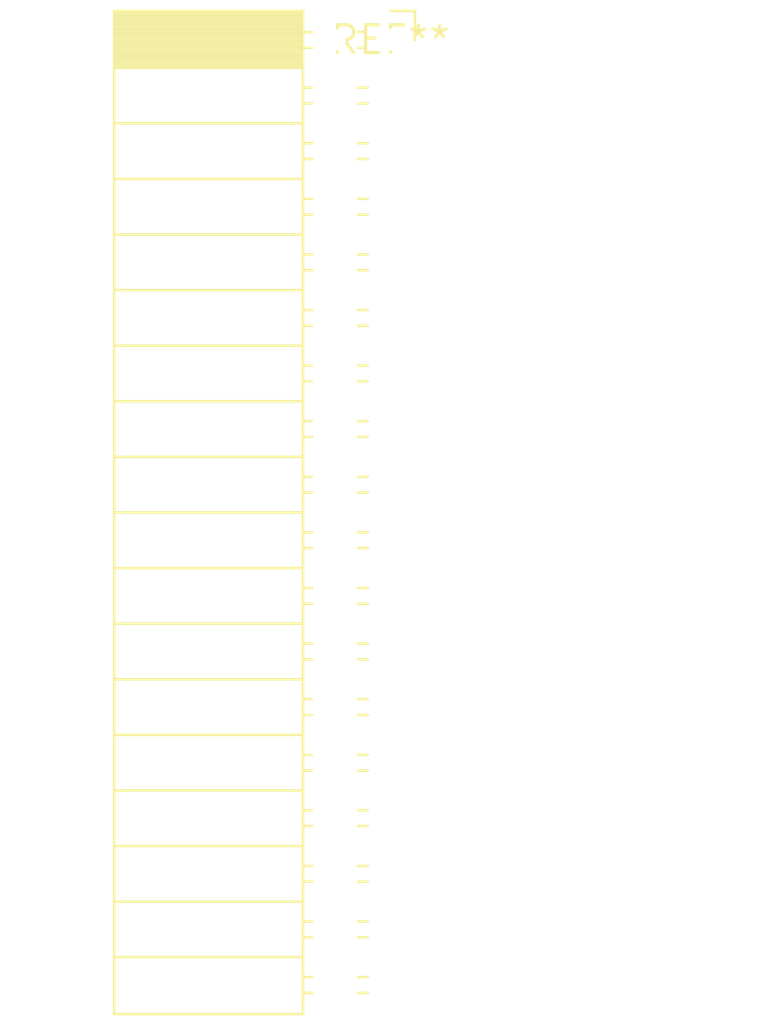
<source format=kicad_pcb>
(kicad_pcb (version 20240108) (generator pcbnew)
  (layers (0 "F.Cu" signal) (31 "B.Cu" signal) (34 "B.Paste" user) (35 "F.Paste" user) (36 "B.SilkS" user "B.Silkscreen") (37 "F.SilkS" user "F.Silkscreen") (38 "B.Mask" user) (39 "F.Mask" user) (44 "Edge.Cuts" user))
  (net 0 "")
  (footprint "PinSocket_2x18_P2.54mm_Horizontal" (layer "F.Cu") (at 0 0)
    (property "Reference" "REF**")
    (property "Value" "PinSocket_2x18_P2.54mm_Horizontal")
    (fp_line (start -12.63 -1.33) (end -12.63 44.51) (layer "F.SilkS") (stroke (width 0.12)))
    (fp_line (start -12.63 -1.33) (end -4 -1.33) (layer "F.SilkS") (stroke (width 0.12)))
    (fp_line (start -12.63 -1.21) (end -4 -1.21) (layer "F.SilkS") (stroke (width 0.12)))
    (fp_line (start -12.63 -1.091905) (end -4 -1.091905) (layer "F.SilkS") (stroke (width 0.12)))
    (fp_line (start -12.63 -0.97381) (end -4 -0.97381) (layer "F.SilkS") (stroke (width 0.12)))
    (fp_line (start -12.63 -0.855715) (end -4 -0.855715) (layer "F.SilkS") (stroke (width 0.12)))
    (fp_line (start -12.63 -0.73762) (end -4 -0.73762) (layer "F.SilkS") (stroke (width 0.12)))
    (fp_line (start -12.63 -0.619525) (end -4 -0.619525) (layer "F.SilkS") (stroke (width 0.12)))
    (fp_line (start -12.63 -0.50143) (end -4 -0.50143) (layer "F.SilkS") (stroke (width 0.12)))
    (fp_line (start -12.63 -0.383335) (end -4 -0.383335) (layer "F.SilkS") (stroke (width 0.12)))
    (fp_line (start -12.63 -0.26524) (end -4 -0.26524) (layer "F.SilkS") (stroke (width 0.12)))
    (fp_line (start -12.63 -0.147145) (end -4 -0.147145) (layer "F.SilkS") (stroke (width 0.12)))
    (fp_line (start -12.63 -0.02905) (end -4 -0.02905) (layer "F.SilkS") (stroke (width 0.12)))
    (fp_line (start -12.63 0.089045) (end -4 0.089045) (layer "F.SilkS") (stroke (width 0.12)))
    (fp_line (start -12.63 0.20714) (end -4 0.20714) (layer "F.SilkS") (stroke (width 0.12)))
    (fp_line (start -12.63 0.325235) (end -4 0.325235) (layer "F.SilkS") (stroke (width 0.12)))
    (fp_line (start -12.63 0.44333) (end -4 0.44333) (layer "F.SilkS") (stroke (width 0.12)))
    (fp_line (start -12.63 0.561425) (end -4 0.561425) (layer "F.SilkS") (stroke (width 0.12)))
    (fp_line (start -12.63 0.67952) (end -4 0.67952) (layer "F.SilkS") (stroke (width 0.12)))
    (fp_line (start -12.63 0.797615) (end -4 0.797615) (layer "F.SilkS") (stroke (width 0.12)))
    (fp_line (start -12.63 0.91571) (end -4 0.91571) (layer "F.SilkS") (stroke (width 0.12)))
    (fp_line (start -12.63 1.033805) (end -4 1.033805) (layer "F.SilkS") (stroke (width 0.12)))
    (fp_line (start -12.63 1.1519) (end -4 1.1519) (layer "F.SilkS") (stroke (width 0.12)))
    (fp_line (start -12.63 1.27) (end -4 1.27) (layer "F.SilkS") (stroke (width 0.12)))
    (fp_line (start -12.63 3.81) (end -4 3.81) (layer "F.SilkS") (stroke (width 0.12)))
    (fp_line (start -12.63 6.35) (end -4 6.35) (layer "F.SilkS") (stroke (width 0.12)))
    (fp_line (start -12.63 8.89) (end -4 8.89) (layer "F.SilkS") (stroke (width 0.12)))
    (fp_line (start -12.63 11.43) (end -4 11.43) (layer "F.SilkS") (stroke (width 0.12)))
    (fp_line (start -12.63 13.97) (end -4 13.97) (layer "F.SilkS") (stroke (width 0.12)))
    (fp_line (start -12.63 16.51) (end -4 16.51) (layer "F.SilkS") (stroke (width 0.12)))
    (fp_line (start -12.63 19.05) (end -4 19.05) (layer "F.SilkS") (stroke (width 0.12)))
    (fp_line (start -12.63 21.59) (end -4 21.59) (layer "F.SilkS") (stroke (width 0.12)))
    (fp_line (start -12.63 24.13) (end -4 24.13) (layer "F.SilkS") (stroke (width 0.12)))
    (fp_line (start -12.63 26.67) (end -4 26.67) (layer "F.SilkS") (stroke (width 0.12)))
    (fp_line (start -12.63 29.21) (end -4 29.21) (layer "F.SilkS") (stroke (width 0.12)))
    (fp_line (start -12.63 31.75) (end -4 31.75) (layer "F.SilkS") (stroke (width 0.12)))
    (fp_line (start -12.63 34.29) (end -4 34.29) (layer "F.SilkS") (stroke (width 0.12)))
    (fp_line (start -12.63 36.83) (end -4 36.83) (layer "F.SilkS") (stroke (width 0.12)))
    (fp_line (start -12.63 39.37) (end -4 39.37) (layer "F.SilkS") (stroke (width 0.12)))
    (fp_line (start -12.63 41.91) (end -4 41.91) (layer "F.SilkS") (stroke (width 0.12)))
    (fp_line (start -12.63 44.51) (end -4 44.51) (layer "F.SilkS") (stroke (width 0.12)))
    (fp_line (start -4 -1.33) (end -4 44.51) (layer "F.SilkS") (stroke (width 0.12)))
    (fp_line (start -4 -0.36) (end -3.59 -0.36) (layer "F.SilkS") (stroke (width 0.12)))
    (fp_line (start -4 0.36) (end -3.59 0.36) (layer "F.SilkS") (stroke (width 0.12)))
    (fp_line (start -4 2.18) (end -3.59 2.18) (layer "F.SilkS") (stroke (width 0.12)))
    (fp_line (start -4 2.9) (end -3.59 2.9) (layer "F.SilkS") (stroke (width 0.12)))
    (fp_line (start -4 4.72) (end -3.59 4.72) (layer "F.SilkS") (stroke (width 0.12)))
    (fp_line (start -4 5.44) (end -3.59 5.44) (layer "F.SilkS") (stroke (width 0.12)))
    (fp_line (start -4 7.26) (end -3.59 7.26) (layer "F.SilkS") (stroke (width 0.12)))
    (fp_line (start -4 7.98) (end -3.59 7.98) (layer "F.SilkS") (stroke (width 0.12)))
    (fp_line (start -4 9.8) (end -3.59 9.8) (layer "F.SilkS") (stroke (width 0.12)))
    (fp_line (start -4 10.52) (end -3.59 10.52) (layer "F.SilkS") (stroke (width 0.12)))
    (fp_line (start -4 12.34) (end -3.59 12.34) (layer "F.SilkS") (stroke (width 0.12)))
    (fp_line (start -4 13.06) (end -3.59 13.06) (layer "F.SilkS") (stroke (width 0.12)))
    (fp_line (start -4 14.88) (end -3.59 14.88) (layer "F.SilkS") (stroke (width 0.12)))
    (fp_line (start -4 15.6) (end -3.59 15.6) (layer "F.SilkS") (stroke (width 0.12)))
    (fp_line (start -4 17.42) (end -3.59 17.42) (layer "F.SilkS") (stroke (width 0.12)))
    (fp_line (start -4 18.14) (end -3.59 18.14) (layer "F.SilkS") (stroke (width 0.12)))
    (fp_line (start -4 19.96) (end -3.59 19.96) (layer "F.SilkS") (stroke (width 0.12)))
    (fp_line (start -4 20.68) (end -3.59 20.68) (layer "F.SilkS") (stroke (width 0.12)))
    (fp_line (start -4 22.5) (end -3.59 22.5) (layer "F.SilkS") (stroke (width 0.12)))
    (fp_line (start -4 23.22) (end -3.59 23.22) (layer "F.SilkS") (stroke (width 0.12)))
    (fp_line (start -4 25.04) (end -3.59 25.04) (layer "F.SilkS") (stroke (width 0.12)))
    (fp_line (start -4 25.76) (end -3.59 25.76) (layer "F.SilkS") (stroke (width 0.12)))
    (fp_line (start -4 27.58) (end -3.59 27.58) (layer "F.SilkS") (stroke (width 0.12)))
    (fp_line (start -4 28.3) (end -3.59 28.3) (layer "F.SilkS") (stroke (width 0.12)))
    (fp_line (start -4 30.12) (end -3.59 30.12) (layer "F.SilkS") (stroke (width 0.12)))
    (fp_line (start -4 30.84) (end -3.59 30.84) (layer "F.SilkS") (stroke (width 0.12)))
    (fp_line (start -4 32.66) (end -3.59 32.66) (layer "F.SilkS") (stroke (width 0.12)))
    (fp_line (start -4 33.38) (end -3.59 33.38) (layer "F.SilkS") (stroke (width 0.12)))
    (fp_line (start -4 35.2) (end -3.59 35.2) (layer "F.SilkS") (stroke (width 0.12)))
    (fp_line (start -4 35.92) (end -3.59 35.92) (layer "F.SilkS") (stroke (width 0.12)))
    (fp_line (start -4 37.74) (end -3.59 37.74) (layer "F.SilkS") (stroke (width 0.12)))
    (fp_line (start -4 38.46) (end -3.59 38.46) (layer "F.SilkS") (stroke (width 0.12)))
    (fp_line (start -4 40.28) (end -3.59 40.28) (layer "F.SilkS") (stroke (width 0.12)))
    (fp_line (start -4 41) (end -3.59 41) (layer "F.SilkS") (stroke (width 0.12)))
    (fp_line (start -4 42.82) (end -3.59 42.82) (layer "F.SilkS") (stroke (width 0.12)))
    (fp_line (start -4 43.54) (end -3.59 43.54) (layer "F.SilkS") (stroke (width 0.12)))
    (fp_line (start -1.49 -0.36) (end -1.11 -0.36) (layer "F.SilkS") (stroke (width 0.12)))
    (fp_line (start -1.49 0.36) (end -1.11 0.36) (layer "F.SilkS") (stroke (width 0.12)))
    (fp_line (start -1.49 2.18) (end -1.05 2.18) (layer "F.SilkS") (stroke (width 0.12)))
    (fp_line (start -1.49 2.9) (end -1.05 2.9) (layer "F.SilkS") (stroke (width 0.12)))
    (fp_line (start -1.49 4.72) (end -1.05 4.72) (layer "F.SilkS") (stroke (width 0.12)))
    (fp_line (start -1.49 5.44) (end -1.05 5.44) (layer "F.SilkS") (stroke (width 0.12)))
    (fp_line (start -1.49 7.26) (end -1.05 7.26) (layer "F.SilkS") (stroke (width 0.12)))
    (fp_line (start -1.49 7.98) (end -1.05 7.98) (layer "F.SilkS") (stroke (width 0.12)))
    (fp_line (start -1.49 9.8) (end -1.05 9.8) (layer "F.SilkS") (stroke (width 0.12)))
    (fp_line (start -1.49 10.52) (end -1.05 10.52) (layer "F.SilkS") (stroke (width 0.12)))
    (fp_line (start -1.49 12.34) (end -1.05 12.34) (layer "F.SilkS") (stroke (width 0.12)))
    (fp_line (start -1.49 13.06) (end -1.05 13.06) (layer "F.SilkS") (stroke (width 0.12)))
    (fp_line (start -1.49 14.88) (end -1.05 14.88) (layer "F.SilkS") (stroke (width 0.12)))
    (fp_line (start -1.49 15.6) (end -1.05 15.6) (layer "F.SilkS") (stroke (width 0.12)))
    (fp_line (start -1.49 17.42) (end -1.05 17.42) (layer "F.SilkS") (stroke (width 0.12)))
    (fp_line (start -1.49 18.14) (end -1.05 18.14) (layer "F.SilkS") (stroke (width 0.12)))
    (fp_line (start -1.49 19.96) (end -1.05 19.96) (layer "F.SilkS") (stroke (width 0.12)))
    (fp_line (start -1.49 20.68) (end -1.05 20.68) (layer "F.SilkS") (stroke (width 0.12)))
    (fp_line (start -1.49 22.5) (end -1.05 22.5) (layer "F.SilkS") (stroke (width 0.12)))
    (fp_line (start -1.49 23.22) (end -1.05 23.22) (layer "F.SilkS") (stroke (width 0.12)))
    (fp_line (start -1.49 25.04) (end -1.05 25.04) (layer "F.SilkS") (stroke (width 0.12)))
    (fp_line (start -1.49 25.76) (end -1.05 25.76) (layer "F.SilkS") (stroke (width 0.12)))
    (fp_line (start -1.49 27.58) (end -1.05 27.58) (layer "F.SilkS") (stroke (width 0.12)))
    (fp_line (start -1.49 28.3) (end -1.05 28.3) (layer "F.SilkS") (stroke (width 0.12)))
    (fp_line (start -1.49 30.12) (end -1.05 30.12) (layer "F.SilkS") (stroke (width 0.12)))
    (fp_line (start -1.49 30.84) (end -1.05 30.84) (layer "F.SilkS") (stroke (width 0.12)))
    (fp_line (start -1.49 32.66) (end -1.05 32.66) (layer "F.SilkS") (stroke (width 0.12)))
    (fp_line (start -1.49 33.38) (end -1.05 33.38) (layer "F.SilkS") (stroke (width 0.12)))
    (fp_line (start -1.49 35.2) (end -1.05 35.2) (layer "F.SilkS") (stroke (width 0.12)))
    (fp_line (start -1.49 35.92) (end -1.05 35.92) (layer "F.SilkS") (stroke (width 0.12)))
    (fp_line (start -1.49 37.74) (end -1.05 37.74) (layer "F.SilkS") (stroke (width 0.12)))
    (fp_line (start -1.49 38.46) (end -1.05 38.46) (layer "F.SilkS") (stroke (width 0.12)))
    (fp_line (start -1.49 40.28) (end -1.05 40.28) (layer "F.SilkS") (stroke (width 0.12)))
    (fp_line (start -1.49 41) (end -1.05 41) (layer "F.SilkS") (stroke (width 0.12)))
    (fp_line (start -1.49 42.82) (end -1.05 42.82) (layer "F.SilkS") (stroke (width 0.12)))
    (fp_line (start -1.49 43.54) (end -1.05 43.54) (layer "F.SilkS") (stroke (width 0.12)))
    (fp_line (start 0 -1.33) (end 1.11 -1.33) (layer "F.SilkS") (stroke (width 0.12)))
    (fp_line (start 1.11 -1.33) (end 1.11 0) (layer "F.SilkS") (stroke (width 0.12)))
    (pad "1" thru_hole rect (at 0 0) (size 1.7 1.7) (drill 1) (layers *.Cu *.Mask) (remove_unused_layers))
    (pad "2" thru_hole oval (at -2.54 0) (size 1.7 1.7) (drill 1) (layers *.Cu *.Mask) (remove_unused_layers))
    (pad "3" thru_hole oval (at 0 2.54) (size 1.7 1.7) (drill 1) (layers *.Cu *.Mask) (remove_unused_layers))
    (pad "4" thru_hole oval (at -2.54 2.54) (size 1.7 1.7) (drill 1) (layers *.Cu *.Mask) (remove_unused_layers))
    (pad "5" thru_hole oval (at 0 5.08) (size 1.7 1.7) (drill 1) (layers *.Cu *.Mask) (remove_unused_layers))
    (pad "6" thru_hole oval (at -2.54 5.08) (size 1.7 1.7) (drill 1) (layers *.Cu *.Mask) (remove_unused_layers))
    (pad "7" thru_hole oval (at 0 7.62) (size 1.7 1.7) (drill 1) (layers *.Cu *.Mask) (remove_unused_layers))
    (pad "8" thru_hole oval (at -2.54 7.62) (size 1.7 1.7) (drill 1) (layers *.Cu *.Mask) (remove_unused_layers))
    (pad "9" thru_hole oval (at 0 10.16) (size 1.7 1.7) (drill 1) (layers *.Cu *.Mask) (remove_unused_layers))
    (pad "10" thru_hole oval (at -2.54 10.16) (size 1.7 1.7) (drill 1) (layers *.Cu *.Mask) (remove_unused_layers))
    (pad "11" thru_hole oval (at 0 12.7) (size 1.7 1.7) (drill 1) (layers *.Cu *.Mask) (remove_unused_layers))
    (pad "12" thru_hole oval (at -2.54 12.7) (size 1.7 1.7) (drill 1) (layers *.Cu *.Mask) (remove_unused_layers))
    (pad "13" thru_hole oval (at 0 15.24) (size 1.7 1.7) (drill 1) (layers *.Cu *.Mask) (remove_unused_layers))
    (pad "14" thru_hole oval (at -2.54 15.24) (size 1.7 1.7) (drill 1) (layers *.Cu *.Mask) (remove_unused_layers))
    (pad "15" thru_hole oval (at 0 17.78) (size 1.7 1.7) (drill 1) (layers *.Cu *.Mask) (remove_unused_layers))
    (pad "16" thru_hole oval (at -2.54 17.78) (size 1.7 1.7) (drill 1) (layers *.Cu *.Mask) (remove_unused_layers))
    (pad "17" thru_hole oval (at 0 20.32) (size 1.7 1.7) (drill 1) (layers *.Cu *.Mask) (remove_unused_layers))
    (pad "18" thru_hole oval (at -2.54 20.32) (size 1.7 1.7) (drill 1) (layers *.Cu *.Mask) (remove_unused_layers))
    (pad "19" thru_hole oval (at 0 22.86) (size 1.7 1.7) (drill 1) (layers *.Cu *.Mask) (remove_unused_layers))
    (pad "20" thru_hole oval (at -2.54 22.86) (size 1.7 1.7) (drill 1) (layers *.Cu *.Mask) (remove_unused_layers))
    (pad "21" thru_hole oval (at 0 25.4) (size 1.7 1.7) (drill 1) (layers *.Cu *.Mask) (remove_unused_layers))
    (pad "22" thru_hole oval (at -2.54 25.4) (size 1.7 1.7) (drill 1) (layers *.Cu *.Mask) (remove_unused_layers))
    (pad "23" thru_hole oval (at 0 27.94) (size 1.7 1.7) (drill 1) (layers *.Cu *.Mask) (remove_unused_layers))
    (pad "24" thru_hole oval (at -2.54 27.94) (size 1.7 1.7) (drill 1) (layers *.Cu *.Mask) (remove_unused_layers))
    (pad "25" thru_hole oval (at 0 30.48) (size 1.7 1.7) (drill 1) (layers *.Cu *.Mask) (remove_unused_layers))
    (pad "26" thru_hole oval (at -2.54 30.48) (size 1.7 1.7) (drill 1) (layers *.Cu *.Mask) (remove_unused_layers))
    (pad "27" thru_hole oval (at 0 33.02) (size 1.7 1.7) (drill 1) (layers *.Cu *.Mask) (remove_unused_layers))
    (pad "28" thru_hole oval (at -2.54 33.02) (size 1.7 1.7) (drill 1) (layers *.Cu *.Mask) (remove_unused_layers))
    (pad "29" thru_hole oval (at 0 35.56) (size 1.7 1.7) (drill 1) (layers *.Cu *.Mask) (remove_unused_layers))
    (pad "30" thru_hole oval (at -2.54 35.56) (size 1.7 1.7) (drill 1) (layers *.Cu *.Mask) (remove_unused_layers))
    (pad "31" thru_hole oval (at 0 38.1) (size 1.7 1.7) (drill 1) (layers *.Cu *.Mask) (remove_unused_layers))
    (pad "32" thru_hole oval (at -2.54 38.1) (size 1.7 1.7) (drill 1) (layers *.Cu *.Mask) (remove_unused_layers))
    (pad "33" thru_hole oval (at 0 40.64) (size 1.7 1.7) (drill 1) (layers *.Cu *.Mask) (remove_unused_layers))
    (pad "34" thru_hole oval (at -2.54 40.64) (size 1.7 1.7) (drill 1) (layers *.Cu *.Mask) (remove_unused_layers))
    (pad "35" thru_hole oval (at 0 43.18) (size 1.7 1.7) (drill 1) (layers *.Cu *.Mask) (remove_unused_layers))
    (pad "36" thru_hole oval (at -2.54 43.18) (size 1.7 1.7) (drill 1) (layers *.Cu *.Mask) (remove_unused_layers))
  )
)
</source>
